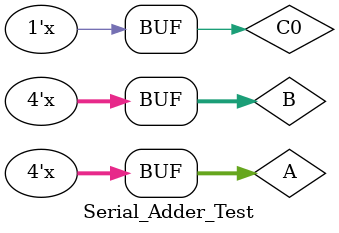
<source format=v>
`timescale 1ns / 1ps

module Serial_Adder_Test;
    reg [3:0] A,B;
    reg C0;
    wire C4;
    wire [3:0] F;

    Serial_Adder ST(A,B,C0,C4,F);

    initial
        {A,B,C0}=9'b0;
    always
	begin
		#50;
		{A,B,C0}={A,B,C0} + 5'b10101;
	end

endmodule
</source>
